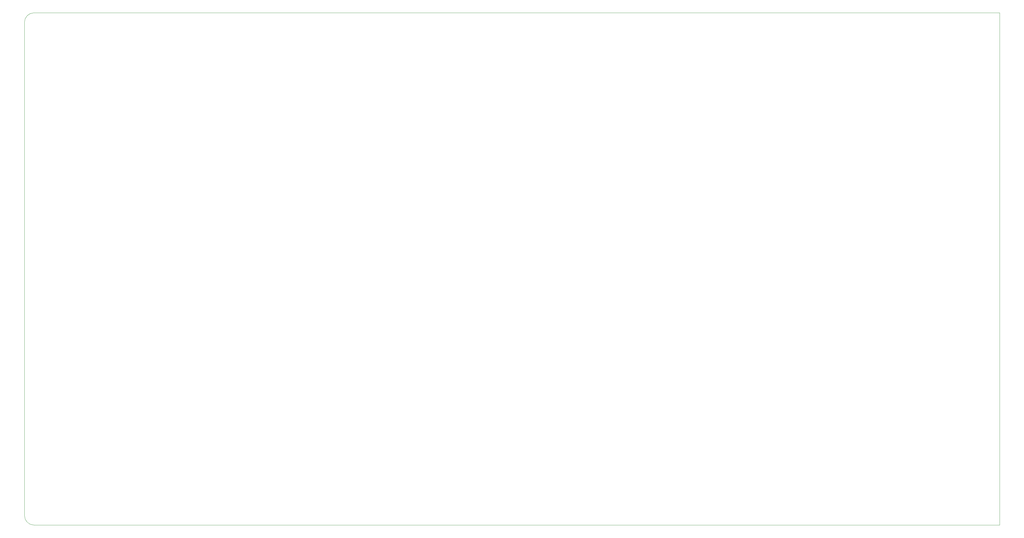
<source format=gm1>
G04 #@! TF.GenerationSoftware,KiCad,Pcbnew,(5.1.5)-3*
G04 #@! TF.CreationDate,2021-09-09T23:22:59-04:00*
G04 #@! TF.ProjectId,main_pcb,6d61696e-5f70-4636-922e-6b696361645f,0*
G04 #@! TF.SameCoordinates,Original*
G04 #@! TF.FileFunction,Profile,NP*
%FSLAX46Y46*%
G04 Gerber Fmt 4.6, Leading zero omitted, Abs format (unit mm)*
G04 Created by KiCad (PCBNEW (5.1.5)-3) date 2021-09-09 23:22:59*
%MOMM*%
%LPD*%
G04 APERTURE LIST*
%ADD10C,0.050000*%
G04 APERTURE END LIST*
D10*
X59500000Y-62200000D02*
G75*
G02X62500000Y-59200000I3000000J0D01*
G01*
X62497200Y-219397200D02*
G75*
G02X59500000Y-216400000I0J2997200D01*
G01*
X364300000Y-59200000D02*
X62500000Y-59200000D01*
X59500000Y-216400000D02*
X59500000Y-62200000D01*
X364300000Y-219400000D02*
X62497200Y-219397200D01*
X364300000Y-59200000D02*
X364300000Y-219400000D01*
M02*

</source>
